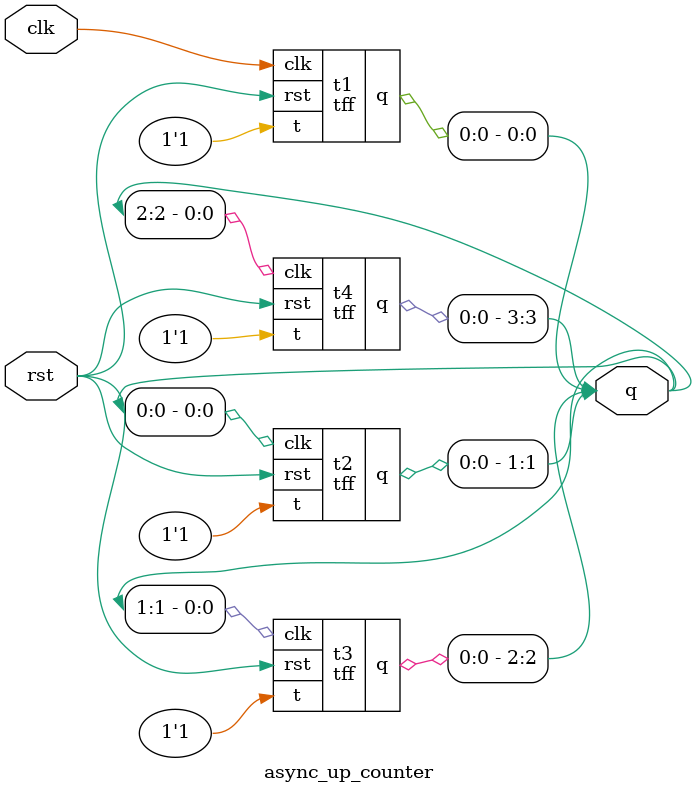
<source format=v>
module tff(input t,clk,rst, output reg q);
always @(negedge clk or posedge rst) begin
	if(rst) q<=0;
	else if(t) q<=~q;
end
endmodule

module async_up_counter(input clk,rst, output [3:0] q);
tff t1(.clk(clk),.rst(rst),.t(1'b1),.q(q[0]));
tff t2(.clk(q[0]),.rst(rst),.t(1'b1),.q(q[1]));
tff t3(.clk(q[1]),.rst(rst),.t(1'b1),.q(q[2]));
tff t4(.clk(q[2]),.rst(rst),.t(1'b1),.q(q[3]));
endmodule

</source>
